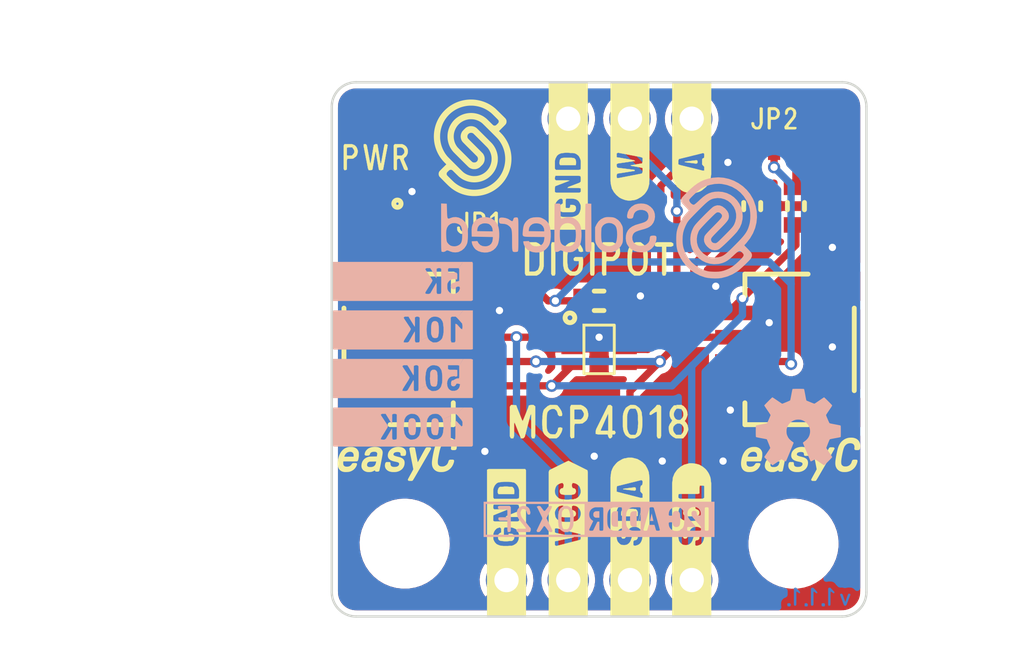
<source format=kicad_pcb>
(kicad_pcb (version 20211014) (generator pcbnew)
  (title_block (title "Digipot 50k MCP4018 breakout") (date "2022-09-06") (rev "V1.1.1.") (company "SOLDERED") (comment 1 "333092"))
  (layers (0 "F.Cu" signal) (31 "B.Cu" signal) (34 "B.Paste" user) (35 "F.Paste" user) (36 "B.SilkS" user "B.Silkscreen") (37 "F.SilkS" user "F.Silkscreen") (38 "B.Mask" user) (39 "F.Mask" user) (44 "Edge.Cuts" user))
  (net 0 "")
  (net 1 "GND")
  (net 2 "VCC")
  (net 3 "Net-(D1-Pad1)")
  (net 4 "Net-(JP1-Pad2)")
  (net 5 "Net-(JP2-Pad1)")
  (net 6 "Net-(JP2-Pad3)")
  (net 7 "SCL")
  (net 8 "SDA")
  (net 9 "/W")
  (net 10 "/A")
  (footprint "e-radionica.com footprinti:SC70-6" (layer "F.Cu") (at 111 119)
    (fp_text reference "U1")
    (fp_text value "MCP4018")
    (pad "1" smd rect (at -1.1 -0.65) (size 0.9 0.4) (layers "F.Cu" "F.Paste" "F.Mask") (net 2 "VCC"))
    (pad "2" smd rect (at -1.1 0) (size 0.9 0.4) (layers "F.Cu" "F.Paste" "F.Mask") (net 1 "GND"))
    (pad "3" smd rect (at -1.1 0.65) (size 0.9 0.4) (layers "F.Cu" "F.Paste" "F.Mask") (net 7 "SCL"))
    (pad "4" smd rect (at 1.1 0.65) (size 0.9 0.4) (layers "F.Cu" "F.Paste" "F.Mask") (net 8 "SDA"))
    (pad "5" smd rect (at 1.1 0) (size 0.9 0.4) (layers "F.Cu" "F.Paste" "F.Mask") (net 9 "/W"))
    (pad "6" smd rect (at 1.1 -0.65) (size 0.9 0.4) (layers "F.Cu" "F.Paste" "F.Mask") (net 10 "/A"))
  )
  (footprint "buzzardLabel" (layer "F.Cu") (at 112.27 130.4 90)
    (fp_text reference "" (at 0 0 90) (layer "F.SilkS") (effects (font (size 1.27 1.27))))
    (fp_text value "" (at 0 0 90) (layer "F.SilkS") (effects (font (size 1.27 1.27))))
  )
  (footprint "Soldered Graphics:Logo-Front-easyC-5mm" (layer "F.Cu") (at 102.7 123.5)
    (fp_text reference "G***" hide)
    (fp_text value "LOGO" hide)
  )
  (footprint "e-radionica.com footprinti:SMD-JUMPER-CONNECTED_TRACE_SLODERMASK" (layer "F.Cu") (at 104.4 113.7 180)
    (fp_text reference "JP1")
    (fp_text value "SMD-JUMPER-CONNECTED_TRACE_SLODERMASK")
    (fp_poly (pts (xy 0.1 0.1) (xy -0.1 0.1) (xy -0.1 -0.1) (xy 0.1 -0.1)) (layer "F.Cu") (width 0.1) (fill solid))
    (pad "1" smd rect (at -0.35 0 180) (size 0.5 1) (layers "F.Cu" "F.Mask") (net 2 "VCC"))
    (pad "2" smd rect (at 0.35 0 180) (size 0.5 1) (layers "F.Cu" "F.Mask") (net 4 "Net-(JP1-Pad2)"))
  )
  (footprint "buzzardLabel" (layer "F.Cu") (at 101.8 111.1)
    (fp_text reference "" (at 0 0) (layer "F.SilkS") (effects (font (size 1.27 1.27))))
    (fp_text value "" (at 0 0) (layer "F.SilkS") (effects (font (size 1.27 1.27))))
  )
  (footprint "e-radionica.com footprinti:easyC-connector" (layer "F.Cu") (at 103.3 119 90)
    (fp_text reference "K2")
    (fp_text value "easyC-SMD")
    (pad "1" smd rect locked (at -1.5 2.15 90) (size 0.6 1.55) (layers "F.Cu" "F.Paste" "F.Mask") (net 7 "SCL"))
    (pad "2" smd rect locked (at -0.5 2.15 90) (size 0.6 1.55) (layers "F.Cu" "F.Paste" "F.Mask") (net 8 "SDA"))
    (pad "3" smd rect locked (at 0.5 2.15 90) (size 0.6 1.55) (layers "F.Cu" "F.Paste" "F.Mask") (net 2 "VCC"))
    (pad "4" smd rect locked (at 1.5 2.15 90) (size 0.6 1.55) (layers "F.Cu" "F.Paste" "F.Mask") (net 1 "GND"))
    (pad "5" smd rect locked (at 2.6 -2.15 90) (size 1.2 1.8) (layers "F.Cu" "F.Paste" "F.Mask") (net 1 "GND"))
    (pad "5" smd rect locked (at -2.6 -2.15 90) (size 1.2 1.8) (layers "F.Cu" "F.Paste" "F.Mask") (net 1 "GND"))
  )
  (footprint "Soldered Graphics:Logo-Back-SolderedFULL-13mm" (layer "F.Cu") (at 111 114)
    (fp_text reference "REF**" hide)
    (fp_text value "Logo-Front-SolderedFULL-13mm" hide)
  )
  (footprint "e-radionica.com footprinti:FIDUCIAL_23" (layer "F.Cu") (at 102.5 119)
    (fp_text reference "FD1")
    (fp_text value "FIDUCIAL")
    (fp_circle (center 0 0) (end 1 0) (layer "F.Cu") (width 0.2) (fill none))
    (pad "1" smd circle (at 0 0) (size 1 1) (layers "F.Cu" "F.Paste" "F.Mask") (clearance 1.1))
  )
  (footprint "e-radionica.com footprinti:0603R" (layer "F.Cu") (at 117.3 113.1 90)
    (fp_text reference "R1")
    (fp_text value "10k")
    (pad "1" smd rect locked (at -0.775 0 180) (size 1 0.64) (layers "F.Cu" "F.Paste" "F.Mask") (net 8 "SDA"))
    (pad "2" smd rect locked (at 0.775 0 180) (size 1 0.64) (layers "F.Cu" "F.Paste" "F.Mask") (net 6 "Net-(JP2-Pad3)"))
  )
  (footprint "buzzardLabel" (layer "F.Cu") (at 112.27 107.6 90)
    (fp_text reference "" (at 0 0 90) (layer "F.SilkS") (effects (font (size 1.27 1.27))))
    (fp_text value "" (at 0 0 90) (layer "F.SilkS") (effects (font (size 1.27 1.27))))
  )
  (footprint "e-radionica.com footprinti:0603C" (layer "F.Cu") (at 111 117 180)
    (fp_text reference "C1")
    (fp_text value "100n")
    (pad "1" smd rect locked (at -0.73 0 180) (size 0.66 1) (layers "F.Cu" "F.Paste" "F.Mask") (net 1 "GND"))
    (pad "2" smd rect locked (at 0.73 0 180) (size 0.66 1) (layers "F.Cu" "F.Paste" "F.Mask") (net 2 "VCC"))
  )
  (footprint "e-radionica.com footprinti:easyC-connector" (layer "F.Cu") (at 118.7 119 -90)
    (fp_text reference "K4")
    (fp_text value "easyC-SMD")
    (pad "1" smd rect locked (at -1.5 2.15 270) (size 0.6 1.55) (layers "F.Cu" "F.Paste" "F.Mask") (net 7 "SCL"))
    (pad "2" smd rect locked (at -0.5 2.15 270) (size 0.6 1.55) (layers "F.Cu" "F.Paste" "F.Mask") (net 8 "SDA"))
    (pad "3" smd rect locked (at 0.5 2.15 270) (size 0.6 1.55) (layers "F.Cu" "F.Paste" "F.Mask") (net 2 "VCC"))
    (pad "4" smd rect locked (at 1.5 2.15 270) (size 0.6 1.55) (layers "F.Cu" "F.Paste" "F.Mask") (net 1 "GND"))
    (pad "5" smd rect locked (at -2.6 -2.15 270) (size 1.2 1.8) (layers "F.Cu" "F.Paste" "F.Mask") (net 1 "GND"))
    (pad "5" smd rect locked (at 2.6 -2.15 270) (size 1.2 1.8) (layers "F.Cu" "F.Paste" "F.Mask") (net 1 "GND"))
  )
  (footprint "e-radionica.com footprinti:0402R" (layer "F.Cu") (at 101.8 113.7 180)
    (fp_text reference "R2")
    (fp_text value "2k2")
    (pad "1" smd rect locked (at -0.5 0 270) (size 0.64 0.54) (layers "F.Cu" "F.Paste" "F.Mask") (net 4 "Net-(JP1-Pad2)"))
    (pad "2" smd rect locked (at 0.5 0 270) (size 0.64 0.54) (layers "F.Cu" "F.Paste" "F.Mask") (net 3 "Net-(D1-Pad1)"))
  )
  (footprint "buzzardLabel" (layer "F.Cu") (at 111 122)
    (fp_text reference "" (at 0 0) (layer "F.SilkS") (effects (font (size 1.27 1.27))))
    (fp_text value "" (at 0 0) (layer "F.SilkS") (effects (font (size 1.27 1.27))))
  )
  (footprint "e-radionica.com footprinti:HOLE_3.2mm" (layer "F.Cu") (at 119 127)
    (fp_text reference "H1" hide)
    (fp_text value "HOLE_3.2mm" hide)
    (pad "" np_thru_hole circle locked (at 0 0) (size 3.2 3.2) (drill 3.2) (layers F&B.Cu *.Mask))
  )
  (footprint "buzzardLabel" (layer "F.Cu") (at 111 115.3)
    (fp_text reference "" (at 0 0) (layer "F.SilkS") (effects (font (size 1.27 1.27))))
    (fp_text value "" (at 0 0) (layer "F.SilkS") (effects (font (size 1.27 1.27))))
  )
  (footprint "buzzardLabel" (layer "F.Cu") (at 107.19 130.4 90)
    (fp_text reference "" (at 0 0 90) (layer "F.SilkS") (effects (font (size 1.27 1.27))))
    (fp_text value "" (at 0 0 90) (layer "F.SilkS") (effects (font (size 1.27 1.27))))
  )
  (footprint "buzzardLabel" (layer "F.Cu") (at 114.81 107.6 90)
    (fp_text reference "" (at 0 0 90) (layer "F.SilkS") (effects (font (size 1.27 1.27))))
    (fp_text value "" (at 0 0 90) (layer "F.SilkS") (effects (font (size 1.27 1.27))))
  )
  (footprint "e-radionica.com footprinti:0402LED" (layer "F.Cu") (at 101.8 112.4)
    (fp_text reference "D1")
    (fp_text value "purple")
    (pad "1" smd rect locked (at -0.55 0 90) (size 0.75 0.45) (layers "F.Cu" "F.Paste" "F.Mask") (net 3 "Net-(D1-Pad1)"))
    (pad "2" smd rect locked (at 0.55 0 90) (size 0.75 0.45) (layers "F.Cu" "F.Paste" "F.Mask") (net 1 "GND"))
  )
  (footprint "Soldered Graphics:Logo-Front-Soldered-4mm" (layer "F.Cu") (at 105.8 110.7)
    (fp_text reference "G***" hide)
    (fp_text value "LOGO" hide)
  )
  (footprint "buzzardLabel" (layer "F.Cu") (at 106 113.8)
    (fp_text reference "" (at 0 0) (layer "F.SilkS") (effects (font (size 1.27 1.27))))
    (fp_text value "" (at 0 0) (layer "F.SilkS") (effects (font (size 1.27 1.27))))
  )
  (footprint "buzzardLabel" (layer "F.Cu") (at 109.73 107.6 90)
    (fp_text reference "" (at 0 0 90) (layer "F.SilkS") (effects (font (size 1.27 1.27))))
    (fp_text value "" (at 0 0 90) (layer "F.SilkS") (effects (font (size 1.27 1.27))))
  )
  (footprint "buzzardLabel" (layer "F.Cu") (at 109.73 130.4 90)
    (fp_text reference "" (at 0 0 90) (layer "F.SilkS") (effects (font (size 1.27 1.27))))
    (fp_text value "" (at 0 0 90) (layer "F.SilkS") (effects (font (size 1.27 1.27))))
  )
  (footprint "buzzardLabel" (layer "F.Cu") (at 114.81 130.4 90)
    (fp_text reference "" (at 0 0 90) (layer "F.SilkS") (effects (font (size 1.27 1.27))))
    (fp_text value "" (at 0 0 90) (layer "F.SilkS") (effects (font (size 1.27 1.27))))
  )
  (footprint "Soldered Graphics:Logo-Back-OSH-3.5mm" (layer "F.Cu") (at 119.2 122.2)
    (fp_text reference "G***" hide)
    (fp_text value "LOGO" hide)
  )
  (footprint "e-radionica.com footprinti:0603R" (layer "F.Cu") (at 119.1 113.1 -90)
    (fp_text reference "R3")
    (fp_text value "10k")
    (pad "1" smd rect locked (at -0.775 0) (size 1 0.64) (layers "F.Cu" "F.Paste" "F.Mask") (net 5 "Net-(JP2-Pad1)"))
    (pad "2" smd rect locked (at 0.775 0) (size 1 0.64) (layers "F.Cu" "F.Paste" "F.Mask") (net 7 "SCL"))
  )
  (footprint "Soldered Graphics:Logo-Front-easyC-5mm" (layer "F.Cu") (at 119.3 123.5)
    (fp_text reference "G***" hide)
    (fp_text value "LOGO" hide)
  )
  (footprint "e-radionica.com footprinti:HOLE_3.2mm" (layer "F.Cu") (at 103 127)
    (fp_text reference "H2" hide)
    (fp_text value "HOLE_3.2mm" hide)
    (pad "" np_thru_hole circle locked (at 0 0) (size 3.2 3.2) (drill 3.2) (layers F&B.Cu *.Mask))
  )
  (footprint "e-radionica.com footprinti:SMD_JUMPER_3_PAD_TRACE" (layer "F.Cu") (at 118.2 110.7 180)
    (fp_text reference "JP2")
    (fp_text value "SMD_JUMPER_3_PAD_TRACE")
    (fp_poly (pts (xy 0.45 0.05) (xy 0.25 0.05) (xy 0.25 -0.05) (xy 0.45 -0.05)) (layer "F.Cu") (width 0.1) (fill solid))
    (fp_poly (pts (xy -0.25 0.05) (xy -0.45 0.05) (xy -0.45 -0.05) (xy -0.25 -0.05)) (layer "F.Cu") (width 0.1) (fill solid))
    (pad "1" smd rect (at -0.7 0) (size 0.5 1) (layers "F.Cu" "F.Mask") (net 5 "Net-(JP2-Pad1)"))
    (pad "2" smd custom (at 0 0) (size 0.5 1) (layers "F.Cu" "F.Mask") (net 2 "VCC") (options (clearance outline) (anchor rect)) (primitives))
    (pad "3" smd rect (at 0.7 0) (size 0.5 1) (layers "F.Cu" "F.Mask") (net 6 "Net-(JP2-Pad3)"))
  )
  (footprint "buzzardLabel" (layer "F.Cu") (at 118.2 109.5)
    (fp_text reference "" (at 0 0) (layer "F.SilkS") (effects (font (size 1.27 1.27))))
    (fp_text value "" (at 0 0) (layer "F.SilkS") (effects (font (size 1.27 1.27))))
  )
  (footprint "buzzardLabel" (layer "B.Cu") (at 106.2 118.2 180)
    (fp_text reference "" (at 0 0) (layer "B.SilkS") (effects (font (size 1.27 1.27)) (justify mirror)))
    (fp_text value "" (at 0 0) (layer "B.SilkS") (effects (font (size 1.27 1.27)) (justify mirror)))
  )
  (footprint "buzzardLabel" (layer "B.Cu") (at 108.4 126 180)
    (fp_text reference "" (at 0 0) (layer "B.SilkS") (effects (font (size 1.27 1.27)) (justify mirror)))
    (fp_text value "" (at 0 0) (layer "B.SilkS") (effects (font (size 1.27 1.27)) (justify mirror)))
  )
  (footprint "e-radionica.com footprinti:HEADER_MALE_4X1" (layer "B.Cu") (at 111 128.5)
    (fp_text reference "K3")
    (fp_text value "HEADER_MALE_4X1")
    (pad "1" thru_hole circle locked (at -3.81 0) (size 1.7 1.7) (drill 1) (layers *.Cu *.Mask) (net 1 "GND"))
    (pad "2" thru_hole circle locked (at -1.27 0) (size 1.7 1.7) (drill 1) (layers *.Cu *.Mask) (net 2 "VCC"))
    (pad "3" thru_hole circle locked (at 1.27 0) (size 1.7 1.7) (drill 1) (layers *.Cu *.Mask) (net 8 "SDA"))
    (pad "4" thru_hole circle locked (at 3.81 0) (size 1.7 1.7) (drill 1) (layers *.Cu *.Mask) (net 7 "SCL"))
  )
  (footprint "buzzardLabel" (layer "B.Cu") (at 106.2 116.2 180)
    (fp_text reference "" (at 0 0) (layer "B.SilkS") (effects (font (size 1.27 1.27)) (justify mirror)))
    (fp_text value "" (at 0 0) (layer "B.SilkS") (effects (font (size 1.27 1.27)) (justify mirror)))
  )
  (footprint "buzzardLabel" (layer "B.Cu") (at 106.2 122.2 180)
    (fp_text reference "" (at 0 0) (layer "B.SilkS") (effects (font (size 1.27 1.27)) (justify mirror)))
    (fp_text value "" (at 0 0) (layer "B.SilkS") (effects (font (size 1.27 1.27)) (justify mirror)))
  )
  (footprint "Soldered Graphics:Version1.1.1." (layer "B.Cu") (at 120 129.2 180)
    (fp_text reference "REF**" hide)
    (fp_text value "Version1.1.1." hide)
    (fp_poly (pts (xy -1.15 -0.35) (xy -1.1 -0.35) (xy -1.07 -0.31) (xy -0.92 0.1) (xy -0.94 0.13) (xy -0.99 0.13) (xy -1.02 0.1) (xy -1.11 -0.16) (xy -1.13 -0.21) (xy -1.15 -0.17) (xy -1.24 0.09) (xy -1.26 0.13) (xy -1.32 0.13) (xy -1.34 0.1) (xy -1.18 -0.31) (xy -1.15 -0.35)) (layer "B.Cu") (width 0.01) (fill solid))
    (fp_poly (pts (xy 0.21 -0.35) (xy 0.26 -0.35) (xy 0.28 -0.31) (xy 0.28 0.35) (xy 0.24 0.38) (xy 0.19 0.38) (xy 0.15 0.34) (xy 0.04 0.22) (xy 0.02 0.17) (xy 0.05 0.16) (xy 0.14 0.22) (xy 0.18 0.23) (xy 0.18 -0.31) (xy 0.21 -0.35)) (layer "B.Cu") (width 0.01) (fill solid))
    (fp_poly (pts (xy 1.14 -0.38) (xy 1.19 -0.38) (xy 1.24 -0.37) (xy 1.25 -0.33) (xy 1.25 -0.27) (xy 1.2 -0.26) (xy 1.15 -0.26) (xy 1.12 -0.29) (xy 1.12 -0.34) (xy 1.14 -0.38)) (layer "B.Cu") (width 0.01) (fill solid))
    (fp_poly (pts (xy -0.5 -0.35) (xy -0.44 -0.35) (xy -0.43 -0.31) (xy -0.43 0.35) (xy -0.46 0.38) (xy -0.52 0.38) (xy -0.55 0.34) (xy -0.67 0.22) (xy -0.68 0.17) (xy -0.65 0.16) (xy -0.56 0.22) (xy -0.52 0.23) (xy -0.52 -0.31) (xy -0.5 -0.35)) (layer "B.Cu") (width 0.01) (fill solid))
    (fp_poly (pts (xy 0.43 -0.38) (xy 0.48 -0.38) (xy 0.54 -0.37) (xy 0.54 -0.33) (xy 0.54 -0.27) (xy 0.5 -0.26) (xy 0.45 -0.26) (xy 0.42 -0.29) (xy 0.42 -0.34) (xy 0.43 -0.38)) (layer "B.Cu") (width 0.01) (fill solid))
    (fp_poly (pts (xy 0.91 -0.35) (xy 0.96 -0.35) (xy 0.98 -0.31) (xy 0.98 0.35) (xy 0.95 0.38) (xy 0.89 0.38) (xy 0.86 0.34) (xy 0.74 0.22) (xy 0.73 0.17) (xy 0.76 0.16) (xy 0.85 0.22) (xy 0.89 0.23) (xy 0.89 -0.31) (xy 0.91 -0.35)) (layer "B.Cu") (width 0.01) (fill solid))
    (fp_poly (pts (xy -0.27 -0.38) (xy -0.22 -0.38) (xy -0.17 -0.37) (xy -0.16 -0.33) (xy -0.16 -0.27) (xy -0.21 -0.26) (xy -0.26 -0.26) (xy -0.29 -0.29) (xy -0.29 -0.34) (xy -0.27 -0.38)) (layer "B.Cu") (width 0.01) (fill solid))
  )
  (footprint "buzzardLabel" (layer "B.Cu") (at 106.2 120.2 180)
    (fp_text reference "" (at 0 0) (layer "B.SilkS") (effects (font (size 1.27 1.27)) (justify mirror)))
    (fp_text value "" (at 0 0) (layer "B.SilkS") (effects (font (size 1.27 1.27)) (justify mirror)))
  )
  (footprint "Soldered Graphics:Symbol-Front-I2C-ADDR-Field" (layer "B.Cu") (at 111 126 180)
    (fp_text reference "REF**" hide)
    (fp_text value "Symbol-Front-I2C-ADDR-Field" hide)
  )
  (footprint "e-radionica.com footprinti:HEADER_MALE_3X1" (layer "B.Cu") (at 112.27 109.5)
    (fp_text reference "K1")
    (fp_text value "HEADER_MALE_3X1")
    (pad "1" thru_hole circle locked (at -2.54 0) (size 1.7 1.7) (drill 1) (layers *.Cu *.Mask) (net 1 "GND"))
    (pad "2" thru_hole circle locked (at 0 0) (size 1.7 1.7) (drill 1) (layers *.Cu *.Mask) (net 9 "/W"))
    (pad "3" thru_hole circle locked (at 2.54 0) (size 1.7 1.7) (drill 1) (layers *.Cu *.Mask) (net 10 "/A"))
  )
  (gr_arc (start 100 109) (mid 100.292893 108.292893) (end 101 108) (layer "Edge.Cuts") (width 0.1))
  (gr_line (start 121 108) (end 101 108) (layer "Edge.Cuts") (width 0.1))
  (gr_line (start 100 109) (end 100 129) (layer "Edge.Cuts") (width 0.1))
  (gr_line (start 101 130) (end 121 130) (layer "Edge.Cuts") (width 0.1))
  (gr_arc (start 122 129) (mid 121.707107 129.707107) (end 121 130) (layer "Edge.Cuts") (width 0.1))
  (gr_line (start 122 129) (end 122 109) (layer "Edge.Cuts") (width 0.1))
  (gr_arc (start 101 130) (mid 100.292893 129.707107) (end 100 129) (layer "Edge.Cuts") (width 0.1))
  (gr_arc (start 121 108) (mid 121.707107 108.292893) (end 122 109) (layer "Edge.Cuts") (width 0.1))
  (via (at 112.7 116.8) (size 0.5) (drill 0.3) (layers "F.Cu" "B.Cu") (net 1))
  (via (at 113.6 123.6) (size 0.5) (drill 0.3) (layers "F.Cu" "B.Cu") (net 1))
  (via (at 110.8 123.4) (size 0.5) (drill 0.3) (layers "F.Cu" "B.Cu") (net 1))
  (via (at 116.4 121.5) (size 0.5) (drill 0.3) (layers "F.Cu" "B.Cu") (net 1))
  (via (at 120.6 118.9) (size 0.5) (drill 0.3) (layers "F.Cu" "B.Cu") (net 1))
  (via (at 115.8 116.4) (size 0.5) (drill 0.3) (layers "F.Cu" "B.Cu") (net 1))
  (via (at 120.6 114.8) (size 0.5) (drill 0.3) (layers "F.Cu" "B.Cu") (net 1))
  (via (at 106.9 117.4) (size 0.5) (drill 0.3) (layers "F.Cu" "B.Cu") (net 1))
  (via (at 103.3 112.5) (size 0.5) (drill 0.3) (layers "F.Cu" "B.Cu") (net 1))
  (via (at 118 117.9) (size 0.5) (drill 0.3) (layers "F.Cu" "B.Cu") (net 1))
  (via (at 116.3 111.3) (size 0.5) (drill 0.3) (layers "F.Cu" "B.Cu") (net 1))
  (via (at 116.1 123.6) (size 0.5) (drill 0.3) (layers "F.Cu" "B.Cu") (net 1))
  (via (at 111 118.5) (size 0.5) (drill 0.3) (layers "F.Cu" "B.Cu") (net 1))
  (via (at 106.3 123.2) (size 0.5) (drill 0.3) (layers "F.Cu" "B.Cu") (net 1))
  (segment (start 109.2 117) (end 110.27 117) (width 0.3) (layer "F.Cu") (net 2))
  (segment (start 118.8 119.5) (end 118.9 119.6) (width 0.3) (layer "F.Cu") (net 2))
  (segment (start 104.75 113.7) (end 105.6 113.7) (width 0.3) (layer "F.Cu") (net 2))
  (segment (start 107.6 118.5) (end 107.8 118.5) (width 0.3) (layer "F.Cu") (net 2))
  (segment (start 105.45 118.5) (end 107.6 118.5) (width 0.3) (layer "F.Cu") (net 2))
  (segment (start 118.2 111.5) (end 118.2 110.7) (width 0.3) (layer "F.Cu") (net 2))
  (segment (start 116.55 119.5) (end 118.8 119.5) (width 0.3) (layer "F.Cu") (net 2))
  (segment (start 105.6 113.7) (end 108.9 117) (width 0.3) (layer "F.Cu") (net 2))
  (segment (start 107.8 118.5) (end 108.3 118.5) (width 0.3) (layer "F.Cu") (net 2))
  (segment (start 108.9 117) (end 109.2 117) (width 0.3) (layer "F.Cu") (net 2))
  (segment (start 108.45 118.35) (end 109.9 118.35) (width 0.3) (layer "F.Cu") (net 2))
  (segment (start 109.9 117.37) (end 110.27 117) (width 0.3) (layer "F.Cu") (net 2))
  (segment (start 108.3 118.5) (end 108.45 118.35) (width 0.3) (layer "F.Cu") (net 2))
  (segment (start 109.9 118.35) (end 109.9 117.37) (width 0.3) (layer "F.Cu") (net 2))
  (via (at 107.6 118.5) (size 0.5) (drill 0.3) (layers "F.Cu" "B.Cu") (net 2))
  (via (at 109.2 117) (size 0.5) (drill 0.3) (layers "F.Cu" "B.Cu") (net 2))
  (via (at 118.2 111.5) (size 0.5) (drill 0.3) (layers "F.Cu" "B.Cu") (net 2))
  (via (at 118.9 119.6) (size 0.5) (drill 0.3) (layers "F.Cu" "B.Cu") (net 2))
  (segment (start 118.9 119.6) (end 118.9 116.3) (width 0.3) (layer "B.Cu") (net 2))
  (segment (start 109.73 124.03) (end 107.6 121.9) (width 0.3) (layer "B.Cu") (net 2))
  (segment (start 110.8 115.4) (end 118 115.4) (width 0.3) (layer "B.Cu") (net 2))
  (segment (start 118.9 116.3) (end 118.9 112.2) (width 0.3) (layer "B.Cu") (net 2))
  (segment (start 109.2 117) (end 110.8 115.4) (width 0.3) (layer "B.Cu") (net 2))
  (segment (start 118.9 112.2) (end 118.2 111.5) (width 0.3) (layer "B.Cu") (net 2))
  (segment (start 109.73 128.5) (end 109.73 124.03) (width 0.3) (layer "B.Cu") (net 2))
  (segment (start 118 115.4) (end 118.9 116.3) (width 0.3) (layer "B.Cu") (net 2))
  (segment (start 107.6 121.9) (end 107.6 118.5) (width 0.3) (layer "B.Cu") (net 2))
  (segment (start 101.25 112.4) (end 101.25 113.65) (width 0.3) (layer "F.Cu") (net 3))
  (segment (start 101.25 113.65) (end 101.3 113.7) (width 0.3) (layer "F.Cu") (net 3))
  (segment (start 102.3 113.7) (end 104.05 113.7) (width 0.3) (layer "F.Cu") (net 4))
  (segment (start 119.1 112.325) (end 119.1 110.9) (width 0.3) (layer "F.Cu") (net 5))
  (segment (start 119.1 110.9) (end 118.9 110.7) (width 0.3) (layer "F.Cu") (net 5))
  (segment (start 117.3 112.325) (end 117.3 110.9) (width 0.3) (layer "F.Cu") (net 6))
  (segment (start 117.3 110.9) (end 117.5 110.7) (width 0.3) (layer "F.Cu") (net 6))
  (segment (start 116.9 116.9) (end 119.1 114.7) (width 0.3) (layer "F.Cu") (net 7))
  (segment (start 116.55 117.25) (end 116.55 117.5) (width 0.3) (layer "F.Cu") (net 7))
  (segment (start 119.1 114.7) (end 119.1 113.875) (width 0.3) (layer "F.Cu") (net 7))
  (segment (start 105.45 120.5) (end 109.05 120.5) (width 0.3) (layer "F.Cu") (net 7))
  (segment (start 109.05 120.5) (end 109.9 119.65) (width 0.3) (layer "F.Cu") (net 7))
  (segment (start 116.9 116.9) (end 116.55 117.25) (width 0.3) (layer "F.Cu") (net 7))
  (via (at 109.05 120.5) (size 0.5) (drill 0.3) (layers "F.Cu" "B.Cu") (net 7))
  (via (at 116.9 116.9) (size 0.5) (drill 0.3) (layers "F.Cu" "B.Cu") (net 7))
  (segment (start 114 120.5) (end 114.85 119.65) (width 0.3) (layer "B.Cu") (net 7))
  (segment (start 116.9 117.6) (end 116.9 116.9) (width 0.3) (layer "B.Cu") (net 7))
  (segment (start 114.81 128.5) (end 114.81 119.69) (width 0.3) (layer "B.Cu") (net 7))
  (segment (start 109.05 120.5) (end 114 120.5) (width 0.3) (layer "B.Cu") (net 7))
  (segment (start 114.81 119.69) (end 114.85 119.65) (width 0.3) (layer "B.Cu") (net 7))
  (segment (start 114.85 119.65) (end 116.9 117.6) (width 0.3) (layer "B.Cu") (net 7))
  (segment (start 113.35 119.65) (end 114.5 118.5) (width 0.3) (layer "F.Cu") (net 8))
  (segment (start 112.1 119.65) (end 113.35 119.65) (width 0.3) (layer "F.Cu") (net 8))
  (segment (start 114.5 118.5) (end 114.9 118.1) (width 0.3) (layer "F.Cu") (net 8))
  (segment (start 114.9 115.5) (end 116.525 113.875) (width 0.3) (layer "F.Cu") (net 8))
  (segment (start 112.27 128.5) (end 112.27 120.73) (width 0.3) (layer "F.Cu") (net 8))
  (segment (start 116.525 113.875) (end 117.3 113.875) (width 0.3) (layer "F.Cu") (net 8))
  (segment (start 112.27 120.73) (end 113.35 119.65) (width 0.3) (layer "F.Cu") (net 8))
  (segment (start 114.5 118.5) (end 116.55 118.5) (width 0.3) (layer "F.Cu") (net 8))
  (segment (start 114.9 118.1) (end 114.9 115.5) (width 0.3) (layer "F.Cu") (net 8))
  (segment (start 105.45 119.5) (end 108.4 119.5) (width 0.3) (layer "F.Cu") (net 8))
  (via (at 113.5 119.5) (size 0.5) (drill 0.3) (layers "F.Cu" "B.Cu") (net 8))
  (via (at 108.4 119.5) (size 0.5) (drill 0.3) (layers "F.Cu" "B.Cu") (net 8))
  (segment (start 113.5 119.5) (end 108.4 119.5) (width 0.3) (layer "B.Cu") (net 8))
  (segment (start 113 119) (end 112.1 119) (width 0.3) (layer "F.Cu") (net 9))
  (segment (start 114.2 113.3) (end 114.2 117.8) (width 0.3) (layer "F.Cu") (net 9))
  (segment (start 114.2 117.8) (end 113 119) (width 0.3) (layer "F.Cu") (net 9))
  (via (at 114.2 113.3) (size 0.5) (drill 0.3) (layers "F.Cu" "B.Cu") (net 9))
  (segment (start 114.2 112.5) (end 112.27 110.57) (width 0.3) (layer "B.Cu") (net 9))
  (segment (start 112.27 110.57) (end 112.27 109.5) (width 0.3) (layer "B.Cu") (net 9))
  (segment (start 114.2 113.3) (end 114.2 112.5) (width 0.3) (layer "B.Cu") (net 9))
  (segment (start 114.81 110.99) (end 114.81 109.5) (width 0.3) (layer "F.Cu") (net 10))
  (segment (start 113.54 112.26) (end 114.81 110.99) (width 0.3) (layer "F.Cu") (net 10))
  (segment (start 112.1 118.35) (end 112.65 118.35) (width 0.3) (layer "F.Cu") (net 10))
  (segment (start 113.54 117.46) (end 113.54 112.26) (width 0.3) (layer "F.Cu") (net 10))
  (segment (start 112.65 118.35) (end 113.54 117.46) (width 0.3) (layer "F.Cu") (net 10))
  (zone (net 1) (net_name "GND") (layers F&B.Cu) (connect_pads (clearance 0.254)) (min_thickness 0.254) (fill yes (thermal_gap 0.254) (thermal_bridge_width 0.254))
    (polygon (pts (xy 122 130) (xy 100 130) (xy 100 108) (xy 122 108)))
  )
)
</source>
